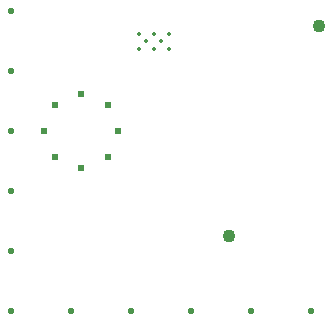
<source format=gbr>
%FSLAX26Y26*%
%MOIN*%
%TF.FileFunction,Plated,1,8,PTH*%
%TF.Part,Single*%
%LPD*%
%TA.DrillTolerance,0.002,0.001*%
%TA.AperFunction,ComponentDrill*%
%ADD10C,0.014000*%
%TA.AperFunction,Other,SpecialDrill*%
%ADD11C,0.024000*%
%TA.DrillTolerance,0.015,0.015*%
%TA.AperFunction,MechanicalDrill*%
%ADD12C,0.043000*%
%ADD13C,0.022000*%
%TD.AperFunction*%
%TD.DrillTolerance*%
G01*
D10*
X242000Y275000D03*
Y325000D03*
X217000Y300000D03*
X192000Y325000D03*
X292000Y275000D03*
X192000D03*
X292000Y325000D03*
X267000Y300000D03*
D11*
X124000Y0D03*
X0Y-124000D03*
X-124000Y0D03*
X88000Y88000D03*
X-88000D03*
X0Y124000D03*
X88000Y-88000D03*
X-88000D03*
D12*
X792000Y350000D03*
X492000Y-350000D03*
D13*
X767000Y-600000D03*
X567000D03*
X-233000Y200000D03*
Y400000D03*
Y0D03*
Y-200000D03*
Y-600000D03*
Y-400000D03*
X-33000Y-600000D03*
X167000D03*
X367000D03*
M02*

</source>
